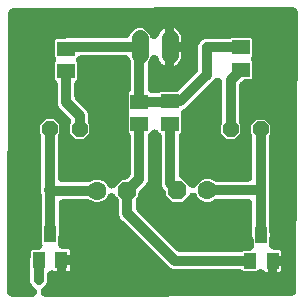
<source format=gbr>
G04 EAGLE Gerber RS-274X export*
G75*
%MOMM*%
%FSLAX34Y34*%
%LPD*%
%INTop Copper*%
%IPPOS*%
%AMOC8*
5,1,8,0,0,1.08239X$1,22.5*%
G01*
%ADD10P,1.732040X8X22.500000*%
%ADD11C,1.600200*%
%ADD12P,1.732040X8X202.500000*%
%ADD13P,1.429621X8X202.500000*%
%ADD14P,1.429621X8X22.500000*%
%ADD15R,1.500000X1.300000*%
%ADD16C,1.422400*%
%ADD17R,1.000000X1.400000*%
%ADD18C,0.812800*%
%ADD19C,0.756400*%
%ADD20C,0.800000*%

G36*
X23705Y2637D02*
X23705Y2637D01*
X23754Y2641D01*
X23804Y2639D01*
X24038Y2662D01*
X24273Y2679D01*
X24322Y2690D01*
X24371Y2695D01*
X24599Y2750D01*
X24830Y2801D01*
X24876Y2818D01*
X24924Y2830D01*
X25142Y2916D01*
X25364Y2999D01*
X25408Y3022D01*
X25454Y3040D01*
X25658Y3157D01*
X25866Y3269D01*
X25905Y3299D01*
X25948Y3323D01*
X26135Y3468D01*
X26324Y3608D01*
X26359Y3642D01*
X26398Y3673D01*
X26563Y3842D01*
X26731Y4007D01*
X26761Y4046D01*
X26795Y4081D01*
X26934Y4272D01*
X27078Y4459D01*
X27102Y4502D01*
X27131Y4542D01*
X27242Y4750D01*
X27358Y4955D01*
X27376Y5001D01*
X27399Y5045D01*
X27480Y5266D01*
X27566Y5485D01*
X27577Y5534D01*
X27594Y5580D01*
X27643Y5810D01*
X27698Y6040D01*
X27702Y6089D01*
X27713Y6137D01*
X27729Y6372D01*
X27751Y6607D01*
X27748Y6656D01*
X27752Y6706D01*
X27735Y6941D01*
X27724Y7176D01*
X27715Y7225D01*
X27711Y7274D01*
X27662Y7504D01*
X27617Y7736D01*
X27602Y7783D01*
X27591Y7831D01*
X27510Y8052D01*
X27434Y8275D01*
X27412Y8320D01*
X27395Y8366D01*
X27283Y8574D01*
X27177Y8784D01*
X27149Y8824D01*
X27125Y8868D01*
X26986Y9058D01*
X26851Y9251D01*
X26817Y9288D01*
X26788Y9327D01*
X26624Y9496D01*
X26463Y9669D01*
X26425Y9700D01*
X26390Y9735D01*
X26204Y9879D01*
X26021Y10028D01*
X25978Y10053D01*
X25939Y10083D01*
X25841Y10136D01*
X25532Y10321D01*
X25341Y10402D01*
X25243Y10454D01*
X25181Y10480D01*
X23180Y12481D01*
X22097Y15095D01*
X22097Y34967D01*
X22528Y36007D01*
X22565Y36119D01*
X22612Y36227D01*
X22655Y36388D01*
X22709Y36547D01*
X22730Y36663D01*
X22761Y36777D01*
X22772Y36891D01*
X22812Y37107D01*
X22826Y37446D01*
X22837Y37562D01*
X22837Y41336D01*
X23730Y42229D01*
X28371Y42229D01*
X28487Y42237D01*
X28602Y42235D01*
X28770Y42257D01*
X28940Y42269D01*
X29053Y42293D01*
X29167Y42307D01*
X29331Y42352D01*
X29497Y42388D01*
X29605Y42427D01*
X29717Y42458D01*
X29873Y42525D01*
X30032Y42584D01*
X30134Y42638D01*
X30240Y42684D01*
X30385Y42772D01*
X30535Y42852D01*
X30628Y42921D01*
X30726Y42981D01*
X30858Y43089D01*
X30994Y43189D01*
X31077Y43269D01*
X31166Y43343D01*
X31281Y43468D01*
X31403Y43586D01*
X31473Y43678D01*
X31552Y43763D01*
X31648Y43903D01*
X31751Y44037D01*
X31809Y44137D01*
X31874Y44232D01*
X31949Y44384D01*
X32034Y44532D01*
X32076Y44639D01*
X32128Y44743D01*
X32181Y44903D01*
X32244Y45061D01*
X32271Y45174D01*
X32307Y45283D01*
X32338Y45450D01*
X32378Y45615D01*
X32389Y45730D01*
X32410Y45844D01*
X32417Y46013D01*
X32433Y46182D01*
X32428Y46298D01*
X32433Y46413D01*
X32416Y46582D01*
X32409Y46752D01*
X32388Y46865D01*
X32376Y46980D01*
X32337Y47138D01*
X32337Y52061D01*
X32329Y52179D01*
X32330Y52297D01*
X32309Y52463D01*
X32297Y52630D01*
X32273Y52745D01*
X32258Y52862D01*
X32224Y52971D01*
X32178Y53187D01*
X32062Y53505D01*
X32028Y53616D01*
X31749Y54289D01*
X31749Y88647D01*
X31741Y88765D01*
X31742Y88883D01*
X31721Y89048D01*
X31709Y89216D01*
X31685Y89331D01*
X31670Y89448D01*
X31636Y89557D01*
X31590Y89773D01*
X31474Y90091D01*
X31440Y90202D01*
X30987Y91295D01*
X30987Y94145D01*
X31016Y94212D01*
X31060Y94373D01*
X31113Y94532D01*
X31134Y94648D01*
X31165Y94762D01*
X31176Y94875D01*
X31216Y95092D01*
X31230Y95430D01*
X31241Y95546D01*
X31241Y138460D01*
X31237Y138520D01*
X31239Y138581D01*
X31217Y138804D01*
X31201Y139028D01*
X31189Y139087D01*
X31183Y139148D01*
X31129Y139366D01*
X31082Y139586D01*
X31061Y139642D01*
X31047Y139701D01*
X30964Y139909D01*
X30886Y140121D01*
X30858Y140174D01*
X30835Y140230D01*
X30724Y140425D01*
X30618Y140623D01*
X30582Y140672D01*
X30552Y140724D01*
X30477Y140815D01*
X30281Y141083D01*
X30225Y141140D01*
X30225Y147893D01*
X34987Y152655D01*
X41721Y152655D01*
X46483Y147893D01*
X46483Y141136D01*
X46430Y141072D01*
X46283Y140903D01*
X46250Y140852D01*
X46212Y140806D01*
X46095Y140613D01*
X45973Y140425D01*
X45948Y140370D01*
X45917Y140318D01*
X45828Y140112D01*
X45734Y139908D01*
X45716Y139850D01*
X45692Y139795D01*
X45634Y139578D01*
X45568Y139363D01*
X45559Y139303D01*
X45543Y139245D01*
X45532Y139128D01*
X45481Y138800D01*
X45478Y138575D01*
X45467Y138460D01*
X45467Y103378D01*
X45483Y103149D01*
X45493Y102918D01*
X45503Y102864D01*
X45507Y102810D01*
X45555Y102584D01*
X45597Y102358D01*
X45614Y102306D01*
X45626Y102252D01*
X45705Y102036D01*
X45778Y101818D01*
X45803Y101769D01*
X45822Y101717D01*
X45930Y101514D01*
X46033Y101309D01*
X46064Y101263D01*
X46090Y101215D01*
X46226Y101029D01*
X46357Y100840D01*
X46394Y100799D01*
X46427Y100755D01*
X46587Y100590D01*
X46743Y100421D01*
X46786Y100386D01*
X46824Y100347D01*
X47006Y100206D01*
X47184Y100060D01*
X47232Y100032D01*
X47275Y99998D01*
X47475Y99884D01*
X47672Y99765D01*
X47722Y99743D01*
X47770Y99716D01*
X47984Y99631D01*
X48195Y99540D01*
X48248Y99526D01*
X48299Y99506D01*
X48524Y99451D01*
X48745Y99391D01*
X48789Y99387D01*
X48853Y99371D01*
X49420Y99316D01*
X49486Y99319D01*
X49530Y99315D01*
X70698Y99315D01*
X70759Y99319D01*
X70819Y99317D01*
X71042Y99339D01*
X71267Y99355D01*
X71326Y99367D01*
X71386Y99373D01*
X71604Y99427D01*
X71824Y99474D01*
X71881Y99495D01*
X71939Y99509D01*
X72148Y99592D01*
X72359Y99670D01*
X72412Y99698D01*
X72468Y99721D01*
X72663Y99832D01*
X72861Y99938D01*
X72910Y99974D01*
X72963Y100004D01*
X73054Y100079D01*
X73300Y100259D01*
X76845Y101728D01*
X80635Y101728D01*
X84136Y100278D01*
X86816Y97598D01*
X87197Y96676D01*
X87274Y96522D01*
X87343Y96363D01*
X87401Y96267D01*
X87452Y96166D01*
X87550Y96024D01*
X87640Y95877D01*
X87711Y95790D01*
X87775Y95697D01*
X87892Y95570D01*
X88002Y95436D01*
X88084Y95361D01*
X88161Y95278D01*
X88294Y95168D01*
X88422Y95051D01*
X88514Y94988D01*
X88601Y94916D01*
X88749Y94826D01*
X88891Y94729D01*
X88992Y94679D01*
X89088Y94620D01*
X89247Y94552D01*
X89401Y94475D01*
X89508Y94439D01*
X89611Y94395D01*
X89778Y94350D01*
X89942Y94295D01*
X90053Y94275D01*
X90161Y94245D01*
X90332Y94224D01*
X90503Y94193D01*
X90615Y94188D01*
X90727Y94174D01*
X90899Y94177D01*
X91072Y94170D01*
X91184Y94181D01*
X91296Y94182D01*
X91467Y94209D01*
X91639Y94226D01*
X91748Y94253D01*
X91859Y94270D01*
X92025Y94321D01*
X92192Y94362D01*
X92297Y94404D01*
X92404Y94436D01*
X92561Y94509D01*
X92721Y94573D01*
X92819Y94630D01*
X92921Y94677D01*
X93065Y94771D01*
X93215Y94857D01*
X93282Y94911D01*
X93399Y94987D01*
X93814Y95350D01*
X93824Y95358D01*
X100194Y101728D01*
X101924Y101728D01*
X101984Y101732D01*
X102044Y101730D01*
X102268Y101752D01*
X102492Y101768D01*
X102551Y101780D01*
X102611Y101786D01*
X102830Y101840D01*
X103049Y101887D01*
X103106Y101907D01*
X103165Y101922D01*
X103373Y102005D01*
X103584Y102083D01*
X103638Y102111D01*
X103694Y102133D01*
X103889Y102245D01*
X104087Y102351D01*
X104136Y102387D01*
X104188Y102417D01*
X104279Y102492D01*
X104547Y102688D01*
X104708Y102845D01*
X104797Y102918D01*
X105997Y104118D01*
X106037Y104164D01*
X106081Y104205D01*
X106223Y104379D01*
X106371Y104548D01*
X106404Y104599D01*
X106442Y104646D01*
X106559Y104838D01*
X106681Y105026D01*
X106706Y105081D01*
X106737Y105133D01*
X106826Y105339D01*
X106921Y105543D01*
X106938Y105601D01*
X106962Y105657D01*
X107020Y105873D01*
X107086Y106089D01*
X107095Y106148D01*
X107111Y106207D01*
X107122Y106324D01*
X107173Y106652D01*
X107176Y106877D01*
X107187Y106991D01*
X107187Y138015D01*
X107183Y138076D01*
X107185Y138136D01*
X107163Y138359D01*
X107147Y138584D01*
X107135Y138643D01*
X107129Y138703D01*
X107075Y138921D01*
X107028Y139141D01*
X107008Y139198D01*
X106993Y139256D01*
X106910Y139465D01*
X106832Y139676D01*
X106804Y139729D01*
X106782Y139785D01*
X106670Y139980D01*
X106564Y140178D01*
X106528Y140227D01*
X106498Y140280D01*
X106423Y140371D01*
X106227Y140638D01*
X106070Y140799D01*
X105997Y140889D01*
X105275Y141610D01*
X105275Y156001D01*
X105400Y156182D01*
X105424Y156231D01*
X105454Y156277D01*
X105551Y156486D01*
X105653Y156692D01*
X105671Y156744D01*
X105694Y156794D01*
X105761Y157014D01*
X105833Y157233D01*
X105843Y157287D01*
X105859Y157339D01*
X105894Y157567D01*
X105936Y157793D01*
X105938Y157848D01*
X105946Y157902D01*
X105950Y158132D01*
X105959Y158363D01*
X105953Y158417D01*
X105954Y158472D01*
X105925Y158700D01*
X105902Y158930D01*
X105889Y158983D01*
X105882Y159037D01*
X105821Y159260D01*
X105766Y159483D01*
X105746Y159534D01*
X105732Y159587D01*
X105640Y159799D01*
X105555Y160012D01*
X105528Y160060D01*
X105506Y160110D01*
X105386Y160307D01*
X105275Y160499D01*
X105275Y174874D01*
X105997Y175595D01*
X106037Y175641D01*
X106081Y175682D01*
X106223Y175856D01*
X106371Y176026D01*
X106404Y176076D01*
X106442Y176123D01*
X106559Y176315D01*
X106681Y176504D01*
X106706Y176559D01*
X106737Y176610D01*
X106826Y176817D01*
X106921Y177021D01*
X106938Y177079D01*
X106962Y177134D01*
X107020Y177351D01*
X107086Y177566D01*
X107095Y177626D01*
X107111Y177684D01*
X107122Y177801D01*
X107173Y178129D01*
X107176Y178354D01*
X107187Y178469D01*
X107187Y201418D01*
X107179Y201535D01*
X107180Y201653D01*
X107159Y201819D01*
X107147Y201986D01*
X107123Y202102D01*
X107108Y202218D01*
X107074Y202328D01*
X107028Y202543D01*
X106912Y202861D01*
X106878Y202973D01*
X106245Y204501D01*
X106244Y204503D01*
X106243Y204506D01*
X106114Y204763D01*
X105991Y205011D01*
X105989Y205013D01*
X105988Y205015D01*
X105828Y205247D01*
X105667Y205480D01*
X105665Y205482D01*
X105664Y205484D01*
X105474Y205690D01*
X105282Y205899D01*
X105279Y205901D01*
X105278Y205903D01*
X105057Y206084D01*
X104841Y206261D01*
X104839Y206262D01*
X104837Y206264D01*
X104597Y206409D01*
X104354Y206557D01*
X104352Y206558D01*
X104349Y206559D01*
X104091Y206670D01*
X103831Y206782D01*
X103828Y206783D01*
X103826Y206784D01*
X103558Y206856D01*
X103281Y206932D01*
X103278Y206932D01*
X103276Y206933D01*
X103263Y206934D01*
X102716Y207003D01*
X102576Y207001D01*
X102491Y207009D01*
X64981Y207009D01*
X64866Y207001D01*
X64750Y207003D01*
X64582Y206981D01*
X64412Y206969D01*
X64299Y206945D01*
X64185Y206931D01*
X64021Y206886D01*
X63855Y206850D01*
X63747Y206811D01*
X63636Y206780D01*
X63480Y206713D01*
X63320Y206654D01*
X63218Y206600D01*
X63112Y206554D01*
X62967Y206466D01*
X62817Y206386D01*
X62724Y206318D01*
X62626Y206258D01*
X62495Y206150D01*
X62358Y206049D01*
X62275Y205969D01*
X62186Y205896D01*
X62071Y205770D01*
X61949Y205652D01*
X61879Y205561D01*
X61801Y205476D01*
X61704Y205335D01*
X61601Y205201D01*
X61544Y205101D01*
X61478Y205006D01*
X61402Y204854D01*
X61318Y204706D01*
X61276Y204599D01*
X61224Y204496D01*
X61171Y204335D01*
X61108Y204177D01*
X61081Y204064D01*
X61045Y203955D01*
X61014Y203788D01*
X60974Y203623D01*
X60963Y203508D01*
X60942Y203395D01*
X60935Y203225D01*
X60919Y203056D01*
X60924Y202940D01*
X60919Y202825D01*
X60936Y202656D01*
X60943Y202486D01*
X60964Y202373D01*
X60976Y202258D01*
X61016Y202093D01*
X61047Y201926D01*
X61084Y201817D01*
X61112Y201705D01*
X61175Y201547D01*
X61229Y201386D01*
X61280Y201283D01*
X61323Y201176D01*
X61349Y201131D01*
X61349Y186568D01*
X60627Y185847D01*
X60587Y185801D01*
X60543Y185760D01*
X60401Y185586D01*
X60253Y185416D01*
X60220Y185366D01*
X60182Y185319D01*
X60065Y185127D01*
X59943Y184938D01*
X59918Y184883D01*
X59887Y184832D01*
X59798Y184625D01*
X59703Y184421D01*
X59686Y184363D01*
X59662Y184308D01*
X59604Y184091D01*
X59538Y183876D01*
X59529Y183816D01*
X59513Y183758D01*
X59502Y183641D01*
X59451Y183313D01*
X59448Y183088D01*
X59437Y182973D01*
X59437Y172015D01*
X59441Y171955D01*
X59439Y171895D01*
X59461Y171671D01*
X59477Y171447D01*
X59489Y171388D01*
X59495Y171328D01*
X59549Y171109D01*
X59596Y170890D01*
X59616Y170833D01*
X59631Y170774D01*
X59714Y170566D01*
X59792Y170355D01*
X59820Y170301D01*
X59842Y170245D01*
X59954Y170050D01*
X60060Y169852D01*
X60096Y169803D01*
X60126Y169751D01*
X60201Y169660D01*
X60397Y169392D01*
X60554Y169231D01*
X60627Y169142D01*
X69784Y159985D01*
X70867Y157371D01*
X70867Y150592D01*
X70871Y150532D01*
X70869Y150471D01*
X70891Y150248D01*
X70907Y150024D01*
X70919Y149965D01*
X70925Y149904D01*
X70979Y149686D01*
X71026Y149466D01*
X71047Y149410D01*
X71061Y149351D01*
X71144Y149143D01*
X71222Y148931D01*
X71250Y148878D01*
X71273Y148822D01*
X71384Y148627D01*
X71490Y148429D01*
X71526Y148380D01*
X71556Y148328D01*
X71631Y148237D01*
X71827Y147969D01*
X71883Y147912D01*
X71883Y141159D01*
X67121Y136397D01*
X60387Y136397D01*
X55625Y141159D01*
X55625Y147916D01*
X55678Y147980D01*
X55825Y148149D01*
X55858Y148200D01*
X55896Y148246D01*
X56013Y148439D01*
X56135Y148627D01*
X56160Y148682D01*
X56191Y148734D01*
X56280Y148940D01*
X56374Y149144D01*
X56392Y149202D01*
X56416Y149257D01*
X56474Y149474D01*
X56540Y149689D01*
X56549Y149749D01*
X56565Y149807D01*
X56576Y149924D01*
X56627Y150252D01*
X56630Y150477D01*
X56641Y150592D01*
X56641Y151327D01*
X56637Y151387D01*
X56639Y151447D01*
X56617Y151671D01*
X56601Y151895D01*
X56589Y151954D01*
X56583Y152014D01*
X56529Y152233D01*
X56482Y152452D01*
X56462Y152509D01*
X56447Y152568D01*
X56364Y152776D01*
X56286Y152987D01*
X56258Y153041D01*
X56236Y153097D01*
X56124Y153292D01*
X56018Y153490D01*
X55982Y153539D01*
X55952Y153591D01*
X55877Y153682D01*
X55681Y153950D01*
X55524Y154111D01*
X55451Y154200D01*
X46294Y163357D01*
X45211Y165971D01*
X45211Y182973D01*
X45207Y183034D01*
X45209Y183094D01*
X45187Y183317D01*
X45171Y183542D01*
X45159Y183601D01*
X45153Y183661D01*
X45099Y183879D01*
X45052Y184099D01*
X45032Y184156D01*
X45017Y184214D01*
X44934Y184423D01*
X44856Y184634D01*
X44828Y184687D01*
X44806Y184743D01*
X44694Y184938D01*
X44588Y185136D01*
X44552Y185185D01*
X44522Y185238D01*
X44447Y185329D01*
X44251Y185596D01*
X44094Y185757D01*
X44021Y185847D01*
X43299Y186568D01*
X43299Y200959D01*
X43424Y201140D01*
X43448Y201189D01*
X43478Y201235D01*
X43575Y201444D01*
X43677Y201650D01*
X43695Y201702D01*
X43718Y201752D01*
X43785Y201972D01*
X43857Y202191D01*
X43867Y202245D01*
X43883Y202297D01*
X43918Y202525D01*
X43960Y202751D01*
X43962Y202806D01*
X43970Y202860D01*
X43974Y203090D01*
X43983Y203321D01*
X43977Y203375D01*
X43978Y203430D01*
X43949Y203658D01*
X43926Y203888D01*
X43913Y203941D01*
X43906Y203995D01*
X43845Y204218D01*
X43790Y204441D01*
X43770Y204492D01*
X43756Y204545D01*
X43664Y204757D01*
X43579Y204970D01*
X43552Y205018D01*
X43530Y205068D01*
X43410Y205265D01*
X43299Y205457D01*
X43299Y219832D01*
X44192Y220725D01*
X50292Y220725D01*
X50409Y220733D01*
X50527Y220732D01*
X50693Y220753D01*
X50860Y220765D01*
X50975Y220789D01*
X51092Y220804D01*
X51202Y220838D01*
X51417Y220884D01*
X51735Y221000D01*
X51847Y221034D01*
X52331Y221235D01*
X102491Y221235D01*
X102494Y221235D01*
X102496Y221235D01*
X102772Y221254D01*
X103059Y221275D01*
X103062Y221275D01*
X103065Y221275D01*
X103337Y221334D01*
X103617Y221394D01*
X103619Y221395D01*
X103622Y221395D01*
X103888Y221493D01*
X104152Y221590D01*
X104154Y221591D01*
X104157Y221592D01*
X104409Y221727D01*
X104654Y221858D01*
X104656Y221860D01*
X104659Y221861D01*
X104895Y222034D01*
X105114Y222195D01*
X105116Y222197D01*
X105118Y222198D01*
X105317Y222392D01*
X105522Y222592D01*
X105524Y222594D01*
X105526Y222596D01*
X105694Y222814D01*
X105871Y223043D01*
X105872Y223045D01*
X105874Y223047D01*
X105880Y223059D01*
X106153Y223538D01*
X106205Y223668D01*
X106245Y223743D01*
X107232Y226126D01*
X109662Y228556D01*
X112836Y229871D01*
X116272Y229871D01*
X119446Y228556D01*
X121876Y226126D01*
X122995Y223424D01*
X123119Y223175D01*
X123239Y222932D01*
X123245Y222924D01*
X123250Y222914D01*
X123404Y222690D01*
X123560Y222462D01*
X123567Y222454D01*
X123573Y222445D01*
X123758Y222244D01*
X123943Y222040D01*
X123951Y222034D01*
X123958Y222026D01*
X124171Y221851D01*
X124382Y221677D01*
X124391Y221671D01*
X124399Y221664D01*
X124635Y221521D01*
X124867Y221378D01*
X124877Y221374D01*
X124886Y221368D01*
X125141Y221259D01*
X125390Y221150D01*
X125400Y221147D01*
X125409Y221143D01*
X125677Y221070D01*
X125939Y220998D01*
X125949Y220996D01*
X125959Y220993D01*
X126234Y220959D01*
X126504Y220923D01*
X126514Y220923D01*
X126524Y220922D01*
X126800Y220926D01*
X127073Y220929D01*
X127084Y220930D01*
X127094Y220931D01*
X127363Y220973D01*
X127637Y221014D01*
X127647Y221017D01*
X127657Y221019D01*
X127918Y221098D01*
X128183Y221177D01*
X128192Y221182D01*
X128202Y221185D01*
X128451Y221300D01*
X128700Y221415D01*
X128709Y221421D01*
X128719Y221425D01*
X128946Y221573D01*
X129180Y221723D01*
X129188Y221730D01*
X129196Y221736D01*
X129402Y221915D01*
X129611Y222095D01*
X129618Y222103D01*
X129626Y222110D01*
X129807Y222318D01*
X129987Y222524D01*
X129992Y222533D01*
X129999Y222541D01*
X130147Y222769D01*
X130298Y223001D01*
X130302Y223009D01*
X130308Y223019D01*
X130547Y223536D01*
X130583Y223653D01*
X130613Y223724D01*
X131008Y224939D01*
X131698Y226293D01*
X132591Y227522D01*
X133666Y228597D01*
X134895Y229490D01*
X135891Y229997D01*
X135891Y214122D01*
X135891Y198247D01*
X134895Y198754D01*
X133666Y199647D01*
X132591Y200722D01*
X131698Y201951D01*
X131008Y203305D01*
X130613Y204520D01*
X130512Y204770D01*
X130409Y205030D01*
X130404Y205039D01*
X130400Y205049D01*
X130263Y205285D01*
X130126Y205524D01*
X130120Y205533D01*
X130114Y205542D01*
X129948Y205754D01*
X129777Y205975D01*
X129769Y205982D01*
X129763Y205990D01*
X129565Y206180D01*
X129368Y206372D01*
X129359Y206378D01*
X129352Y206385D01*
X129130Y206545D01*
X128908Y206707D01*
X128898Y206712D01*
X128890Y206718D01*
X128645Y206847D01*
X128405Y206975D01*
X128395Y206979D01*
X128386Y206984D01*
X128124Y207078D01*
X127869Y207171D01*
X127859Y207173D01*
X127849Y207176D01*
X127578Y207232D01*
X127312Y207289D01*
X127302Y207290D01*
X127291Y207292D01*
X127018Y207309D01*
X126744Y207328D01*
X126733Y207327D01*
X126723Y207328D01*
X126450Y207307D01*
X126175Y207287D01*
X126165Y207285D01*
X126155Y207284D01*
X125886Y207225D01*
X125618Y207168D01*
X125608Y207164D01*
X125598Y207162D01*
X125340Y207065D01*
X125083Y206971D01*
X125074Y206966D01*
X125064Y206962D01*
X124825Y206832D01*
X124581Y206702D01*
X124573Y206695D01*
X124564Y206690D01*
X124346Y206529D01*
X124122Y206365D01*
X124114Y206357D01*
X124106Y206351D01*
X123912Y206160D01*
X123714Y205967D01*
X123708Y205958D01*
X123700Y205951D01*
X123536Y205735D01*
X123366Y205515D01*
X123362Y205508D01*
X123355Y205498D01*
X123076Y205001D01*
X123031Y204887D01*
X122995Y204820D01*
X121722Y201746D01*
X121685Y201634D01*
X121638Y201526D01*
X121594Y201365D01*
X121541Y201206D01*
X121520Y201090D01*
X121489Y200976D01*
X121478Y200862D01*
X121438Y200646D01*
X121424Y200307D01*
X121413Y200191D01*
X121413Y178918D01*
X121429Y178689D01*
X121439Y178458D01*
X121449Y178404D01*
X121453Y178350D01*
X121501Y178124D01*
X121543Y177898D01*
X121560Y177846D01*
X121572Y177792D01*
X121651Y177576D01*
X121724Y177358D01*
X121749Y177309D01*
X121768Y177257D01*
X121876Y177054D01*
X121979Y176849D01*
X122010Y176803D01*
X122036Y176755D01*
X122172Y176569D01*
X122303Y176380D01*
X122340Y176339D01*
X122373Y176295D01*
X122533Y176130D01*
X122689Y175961D01*
X122732Y175926D01*
X122770Y175887D01*
X122952Y175746D01*
X123130Y175600D01*
X123178Y175572D01*
X123221Y175538D01*
X123421Y175424D01*
X123618Y175305D01*
X123668Y175283D01*
X123716Y175256D01*
X123930Y175171D01*
X124141Y175080D01*
X124194Y175066D01*
X124245Y175046D01*
X124470Y174991D01*
X124691Y174931D01*
X124735Y174927D01*
X124799Y174911D01*
X125366Y174856D01*
X125432Y174859D01*
X125476Y174855D01*
X129481Y174855D01*
X129542Y174859D01*
X129602Y174857D01*
X129825Y174879D01*
X130050Y174895D01*
X130109Y174907D01*
X130169Y174913D01*
X130387Y174967D01*
X130607Y175014D01*
X130664Y175034D01*
X130722Y175049D01*
X130931Y175132D01*
X131142Y175210D01*
X131195Y175238D01*
X131251Y175260D01*
X131446Y175372D01*
X131644Y175478D01*
X131693Y175514D01*
X131746Y175544D01*
X131837Y175619D01*
X132104Y175815D01*
X132265Y175972D01*
X132325Y176021D01*
X145229Y176021D01*
X145289Y176025D01*
X145349Y176023D01*
X145573Y176045D01*
X145797Y176061D01*
X145856Y176073D01*
X145916Y176079D01*
X146135Y176133D01*
X146354Y176180D01*
X146411Y176200D01*
X146470Y176215D01*
X146678Y176298D01*
X146889Y176376D01*
X146943Y176404D01*
X146999Y176426D01*
X147194Y176538D01*
X147392Y176644D01*
X147441Y176680D01*
X147493Y176710D01*
X147584Y176785D01*
X147852Y176981D01*
X148013Y177138D01*
X148102Y177211D01*
X163147Y192256D01*
X163187Y192302D01*
X163231Y192343D01*
X163373Y192517D01*
X163521Y192686D01*
X163554Y192737D01*
X163592Y192784D01*
X163709Y192976D01*
X163831Y193164D01*
X163856Y193219D01*
X163887Y193271D01*
X163976Y193477D01*
X164071Y193681D01*
X164088Y193739D01*
X164112Y193795D01*
X164170Y194011D01*
X164236Y194227D01*
X164245Y194286D01*
X164261Y194345D01*
X164272Y194462D01*
X164323Y194790D01*
X164326Y195015D01*
X164337Y195129D01*
X164337Y214775D01*
X165420Y217389D01*
X167777Y219746D01*
X170391Y220829D01*
X189933Y220829D01*
X189994Y220833D01*
X190054Y220831D01*
X190277Y220853D01*
X190502Y220869D01*
X190561Y220881D01*
X190621Y220887D01*
X190839Y220941D01*
X191059Y220988D01*
X191116Y221008D01*
X191174Y221023D01*
X191383Y221106D01*
X191594Y221184D01*
X191647Y221212D01*
X191703Y221234D01*
X191898Y221346D01*
X192096Y221452D01*
X192145Y221488D01*
X192198Y221518D01*
X192289Y221593D01*
X192491Y221741D01*
X208792Y221741D01*
X209685Y220848D01*
X209685Y206457D01*
X209560Y206276D01*
X209536Y206227D01*
X209506Y206181D01*
X209409Y205972D01*
X209307Y205766D01*
X209289Y205714D01*
X209266Y205664D01*
X209199Y205444D01*
X209127Y205225D01*
X209117Y205171D01*
X209101Y205119D01*
X209066Y204892D01*
X209024Y204665D01*
X209022Y204610D01*
X209014Y204556D01*
X209010Y204326D01*
X209001Y204095D01*
X209007Y204041D01*
X209006Y203986D01*
X209035Y203758D01*
X209058Y203529D01*
X209071Y203475D01*
X209078Y203421D01*
X209139Y203199D01*
X209193Y202975D01*
X209214Y202924D01*
X209228Y202871D01*
X209319Y202660D01*
X209405Y202446D01*
X209433Y202398D01*
X209454Y202348D01*
X209574Y202152D01*
X209685Y201959D01*
X209685Y187584D01*
X208792Y186691D01*
X204377Y186691D01*
X204317Y186687D01*
X204257Y186689D01*
X204033Y186667D01*
X203809Y186651D01*
X203750Y186639D01*
X203690Y186633D01*
X203471Y186579D01*
X203252Y186532D01*
X203195Y186512D01*
X203136Y186497D01*
X202928Y186414D01*
X202717Y186336D01*
X202663Y186308D01*
X202607Y186286D01*
X202412Y186174D01*
X202214Y186068D01*
X202165Y186032D01*
X202113Y186002D01*
X202022Y185927D01*
X201754Y185731D01*
X201593Y185574D01*
X201504Y185501D01*
X200073Y184070D01*
X200033Y184024D01*
X199989Y183983D01*
X199847Y183809D01*
X199699Y183640D01*
X199666Y183589D01*
X199628Y183542D01*
X199511Y183350D01*
X199389Y183162D01*
X199364Y183107D01*
X199333Y183055D01*
X199244Y182849D01*
X199149Y182645D01*
X199132Y182587D01*
X199108Y182531D01*
X199050Y182315D01*
X198984Y182099D01*
X198975Y182040D01*
X198959Y181981D01*
X198948Y181864D01*
X198897Y181536D01*
X198894Y181311D01*
X198883Y181197D01*
X198883Y150338D01*
X198887Y150278D01*
X198885Y150217D01*
X198907Y149994D01*
X198923Y149770D01*
X198935Y149711D01*
X198941Y149650D01*
X198995Y149432D01*
X199042Y149212D01*
X199063Y149156D01*
X199077Y149097D01*
X199160Y148889D01*
X199238Y148677D01*
X199266Y148624D01*
X199289Y148568D01*
X199400Y148373D01*
X199506Y148175D01*
X199542Y148126D01*
X199572Y148074D01*
X199647Y147983D01*
X199843Y147715D01*
X199899Y147658D01*
X199899Y140905D01*
X195137Y136143D01*
X188403Y136143D01*
X183641Y140905D01*
X183641Y147662D01*
X183694Y147726D01*
X183841Y147895D01*
X183874Y147946D01*
X183912Y147992D01*
X184029Y148185D01*
X184151Y148373D01*
X184176Y148428D01*
X184207Y148480D01*
X184296Y148686D01*
X184390Y148890D01*
X184408Y148948D01*
X184432Y149003D01*
X184490Y149220D01*
X184556Y149435D01*
X184565Y149495D01*
X184581Y149553D01*
X184592Y149670D01*
X184643Y149998D01*
X184646Y150223D01*
X184657Y150338D01*
X184657Y183839D01*
X184649Y183954D01*
X184651Y184069D01*
X184629Y184237D01*
X184617Y184407D01*
X184593Y184520D01*
X184579Y184634D01*
X184534Y184798D01*
X184498Y184964D01*
X184459Y185072D01*
X184428Y185184D01*
X184361Y185340D01*
X184302Y185499D01*
X184248Y185601D01*
X184202Y185707D01*
X184114Y185852D01*
X184034Y186002D01*
X183966Y186095D01*
X183906Y186193D01*
X183798Y186325D01*
X183697Y186462D01*
X183617Y186544D01*
X183544Y186633D01*
X183419Y186748D01*
X183300Y186870D01*
X183209Y186941D01*
X183124Y187018D01*
X182984Y187115D01*
X182849Y187219D01*
X182749Y187276D01*
X182654Y187341D01*
X182502Y187417D01*
X182354Y187501D01*
X182247Y187544D01*
X182144Y187595D01*
X181983Y187648D01*
X181825Y187711D01*
X181712Y187738D01*
X181603Y187775D01*
X181436Y187805D01*
X181271Y187845D01*
X181156Y187856D01*
X181043Y187877D01*
X180873Y187884D01*
X180704Y187901D01*
X180589Y187896D01*
X180473Y187900D01*
X180304Y187883D01*
X180134Y187876D01*
X180021Y187855D01*
X179907Y187843D01*
X179741Y187803D01*
X179574Y187772D01*
X179465Y187735D01*
X179353Y187708D01*
X179195Y187645D01*
X179034Y187591D01*
X178931Y187539D01*
X178824Y187496D01*
X178677Y187412D01*
X178525Y187336D01*
X178430Y187270D01*
X178330Y187213D01*
X178241Y187140D01*
X178056Y187012D01*
X177812Y186787D01*
X177721Y186712D01*
X152975Y161966D01*
X151995Y161560D01*
X151993Y161559D01*
X151990Y161558D01*
X151729Y161427D01*
X151485Y161306D01*
X151483Y161304D01*
X151481Y161303D01*
X151241Y161137D01*
X151016Y160983D01*
X151014Y160981D01*
X151012Y160979D01*
X150790Y160775D01*
X150597Y160597D01*
X150595Y160595D01*
X150593Y160593D01*
X150409Y160368D01*
X150235Y160156D01*
X150234Y160154D01*
X150232Y160152D01*
X150081Y159902D01*
X149939Y159669D01*
X149938Y159667D01*
X149937Y159665D01*
X149827Y159409D01*
X149714Y159146D01*
X149713Y159143D01*
X149712Y159141D01*
X149639Y158871D01*
X149564Y158596D01*
X149564Y158594D01*
X149563Y158591D01*
X149562Y158577D01*
X149493Y158031D01*
X149495Y157891D01*
X149487Y157806D01*
X149487Y141864D01*
X148765Y141143D01*
X148725Y141097D01*
X148681Y141056D01*
X148538Y140882D01*
X148391Y140712D01*
X148358Y140662D01*
X148320Y140615D01*
X148204Y140423D01*
X148081Y140234D01*
X148056Y140179D01*
X148025Y140128D01*
X147936Y139922D01*
X147841Y139717D01*
X147824Y139659D01*
X147800Y139604D01*
X147742Y139388D01*
X147676Y139172D01*
X147667Y139112D01*
X147651Y139054D01*
X147640Y138937D01*
X147589Y138609D01*
X147586Y138384D01*
X147575Y138269D01*
X147575Y106299D01*
X147591Y106070D01*
X147601Y105839D01*
X147611Y105785D01*
X147615Y105731D01*
X147663Y105505D01*
X147705Y105279D01*
X147722Y105227D01*
X147734Y105173D01*
X147813Y104957D01*
X147886Y104739D01*
X147911Y104690D01*
X147930Y104638D01*
X148038Y104435D01*
X148141Y104230D01*
X148172Y104184D01*
X148198Y104136D01*
X148334Y103950D01*
X148465Y103761D01*
X148502Y103720D01*
X148535Y103676D01*
X148695Y103511D01*
X148851Y103342D01*
X148894Y103307D01*
X148932Y103268D01*
X149114Y103127D01*
X149292Y102981D01*
X149340Y102953D01*
X149383Y102919D01*
X149583Y102805D01*
X149780Y102686D01*
X149830Y102664D01*
X149878Y102637D01*
X150092Y102552D01*
X150259Y102480D01*
X156874Y95866D01*
X157004Y95753D01*
X157128Y95632D01*
X157219Y95566D01*
X157304Y95492D01*
X157449Y95398D01*
X157588Y95296D01*
X157687Y95244D01*
X157782Y95182D01*
X157939Y95110D01*
X158091Y95028D01*
X158197Y94990D01*
X158299Y94942D01*
X158464Y94892D01*
X158626Y94833D01*
X158736Y94810D01*
X158844Y94777D01*
X159015Y94751D01*
X159184Y94715D01*
X159296Y94707D01*
X159407Y94690D01*
X159580Y94688D01*
X159752Y94676D01*
X159864Y94684D01*
X159977Y94682D01*
X160148Y94704D01*
X160320Y94716D01*
X160430Y94740D01*
X160542Y94754D01*
X160709Y94800D01*
X160878Y94836D01*
X160983Y94875D01*
X161092Y94905D01*
X161250Y94973D01*
X161412Y95033D01*
X161511Y95086D01*
X161615Y95131D01*
X161762Y95221D01*
X161914Y95302D01*
X162005Y95369D01*
X162101Y95427D01*
X162235Y95537D01*
X162374Y95639D01*
X162454Y95718D01*
X162541Y95789D01*
X162658Y95917D01*
X162782Y96037D01*
X162850Y96126D01*
X162926Y96209D01*
X163024Y96351D01*
X163130Y96488D01*
X163170Y96564D01*
X163249Y96679D01*
X163495Y97173D01*
X163501Y97184D01*
X163882Y98106D01*
X166562Y100786D01*
X170063Y102236D01*
X173853Y102236D01*
X177420Y100758D01*
X177557Y100639D01*
X177607Y100607D01*
X177654Y100568D01*
X177846Y100451D01*
X178035Y100329D01*
X178090Y100304D01*
X178141Y100273D01*
X178348Y100184D01*
X178552Y100090D01*
X178609Y100072D01*
X178665Y100048D01*
X178882Y99990D01*
X179097Y99924D01*
X179157Y99915D01*
X179215Y99899D01*
X179332Y99888D01*
X179660Y99837D01*
X179885Y99834D01*
X180000Y99823D01*
X205994Y99823D01*
X206223Y99839D01*
X206454Y99849D01*
X206508Y99859D01*
X206562Y99863D01*
X206788Y99911D01*
X207014Y99953D01*
X207066Y99970D01*
X207120Y99982D01*
X207336Y100061D01*
X207554Y100134D01*
X207603Y100159D01*
X207655Y100178D01*
X207858Y100286D01*
X208063Y100389D01*
X208109Y100420D01*
X208157Y100446D01*
X208343Y100582D01*
X208532Y100713D01*
X208573Y100750D01*
X208617Y100783D01*
X208782Y100943D01*
X208951Y101099D01*
X208986Y101142D01*
X209025Y101180D01*
X209166Y101362D01*
X209312Y101540D01*
X209340Y101588D01*
X209374Y101631D01*
X209488Y101831D01*
X209607Y102028D01*
X209629Y102078D01*
X209656Y102126D01*
X209741Y102340D01*
X209832Y102551D01*
X209846Y102604D01*
X209866Y102655D01*
X209921Y102880D01*
X209981Y103101D01*
X209985Y103145D01*
X210001Y103209D01*
X210056Y103776D01*
X210053Y103842D01*
X210057Y103886D01*
X210057Y138206D01*
X210053Y138266D01*
X210055Y138327D01*
X210033Y138550D01*
X210017Y138774D01*
X210005Y138833D01*
X209999Y138894D01*
X209945Y139112D01*
X209898Y139332D01*
X209877Y139388D01*
X209863Y139447D01*
X209780Y139655D01*
X209702Y139867D01*
X209674Y139920D01*
X209651Y139976D01*
X209540Y140171D01*
X209434Y140369D01*
X209398Y140418D01*
X209368Y140470D01*
X209293Y140561D01*
X209097Y140829D01*
X209041Y140886D01*
X209041Y147639D01*
X213803Y152401D01*
X220537Y152401D01*
X225299Y147639D01*
X225299Y140882D01*
X225246Y140818D01*
X225099Y140649D01*
X225066Y140598D01*
X225028Y140552D01*
X224911Y140359D01*
X224789Y140171D01*
X224764Y140116D01*
X224733Y140064D01*
X224644Y139858D01*
X224550Y139654D01*
X224532Y139596D01*
X224508Y139541D01*
X224450Y139324D01*
X224384Y139109D01*
X224375Y139049D01*
X224359Y138991D01*
X224348Y138874D01*
X224297Y138546D01*
X224294Y138321D01*
X224283Y138206D01*
X224283Y58391D01*
X224291Y58274D01*
X224290Y58156D01*
X224311Y57990D01*
X224323Y57823D01*
X224347Y57708D01*
X224362Y57591D01*
X224396Y57482D01*
X224442Y57266D01*
X224558Y56948D01*
X224592Y56836D01*
X224791Y56357D01*
X224791Y53527D01*
X224512Y52854D01*
X224475Y52742D01*
X224428Y52634D01*
X224413Y52577D01*
X224405Y52557D01*
X224384Y52472D01*
X224331Y52314D01*
X224310Y52198D01*
X224279Y52084D01*
X224272Y52007D01*
X224271Y52003D01*
X224267Y51964D01*
X224228Y51754D01*
X224214Y51415D01*
X224203Y51299D01*
X224203Y46546D01*
X224219Y46317D01*
X224229Y46086D01*
X224239Y46032D01*
X224243Y45978D01*
X224291Y45753D01*
X224333Y45526D01*
X224350Y45474D01*
X224362Y45420D01*
X224441Y45204D01*
X224514Y44986D01*
X224539Y44937D01*
X224558Y44885D01*
X224666Y44682D01*
X224769Y44476D01*
X224800Y44431D01*
X224826Y44383D01*
X224962Y44197D01*
X225093Y44008D01*
X225130Y43967D01*
X225163Y43923D01*
X225323Y43758D01*
X225479Y43589D01*
X225522Y43554D01*
X225560Y43515D01*
X225742Y43374D01*
X225920Y43228D01*
X225967Y43200D01*
X226011Y43166D01*
X226211Y43052D01*
X226408Y42933D01*
X226458Y42911D01*
X226506Y42884D01*
X226720Y42799D01*
X226931Y42708D01*
X226984Y42694D01*
X227035Y42674D01*
X227260Y42619D01*
X227481Y42559D01*
X227525Y42555D01*
X227589Y42539D01*
X228156Y42484D01*
X228222Y42487D01*
X228266Y42483D01*
X232428Y42483D01*
X232919Y42385D01*
X233381Y42194D01*
X233798Y41915D01*
X234151Y41562D01*
X234430Y41145D01*
X234621Y40683D01*
X234719Y40192D01*
X234719Y37005D01*
X227178Y37005D01*
X226949Y36989D01*
X226719Y36979D01*
X226665Y36969D01*
X226610Y36965D01*
X226385Y36917D01*
X226159Y36875D01*
X226106Y36858D01*
X226053Y36846D01*
X225837Y36767D01*
X225618Y36694D01*
X225569Y36669D01*
X225518Y36651D01*
X225315Y36542D01*
X225109Y36439D01*
X225064Y36408D01*
X225015Y36382D01*
X224830Y36246D01*
X224640Y36115D01*
X224600Y36078D01*
X224555Y36045D01*
X224390Y35885D01*
X224221Y35729D01*
X224221Y35728D01*
X224186Y35686D01*
X224147Y35647D01*
X224006Y35466D01*
X223860Y35287D01*
X223831Y35240D01*
X223798Y35197D01*
X223684Y34997D01*
X223564Y34800D01*
X223543Y34750D01*
X223516Y34702D01*
X223430Y34487D01*
X223340Y34276D01*
X223326Y34224D01*
X223305Y34172D01*
X223251Y33948D01*
X223191Y33726D01*
X223187Y33682D01*
X223171Y33618D01*
X223116Y33051D01*
X223119Y32986D01*
X223115Y32942D01*
X223115Y23401D01*
X221928Y23401D01*
X221437Y23499D01*
X220975Y23690D01*
X220558Y23969D01*
X220097Y24429D01*
X220007Y24546D01*
X219965Y24587D01*
X219927Y24633D01*
X219760Y24786D01*
X219599Y24943D01*
X219551Y24978D01*
X219507Y25018D01*
X219321Y25146D01*
X219139Y25279D01*
X219086Y25307D01*
X219037Y25341D01*
X218835Y25441D01*
X218636Y25548D01*
X218580Y25568D01*
X218527Y25595D01*
X218313Y25666D01*
X218101Y25743D01*
X218043Y25756D01*
X217987Y25775D01*
X217765Y25815D01*
X217544Y25862D01*
X217484Y25866D01*
X217426Y25877D01*
X217200Y25886D01*
X216975Y25902D01*
X216916Y25898D01*
X216857Y25900D01*
X216632Y25878D01*
X216407Y25862D01*
X216349Y25849D01*
X216290Y25843D01*
X216070Y25790D01*
X215850Y25742D01*
X215794Y25722D01*
X215736Y25708D01*
X215526Y25624D01*
X215315Y25546D01*
X215262Y25518D01*
X215207Y25496D01*
X215011Y25384D01*
X214812Y25277D01*
X214765Y25242D01*
X214713Y25213D01*
X214622Y25138D01*
X214353Y24941D01*
X214193Y24785D01*
X214104Y24712D01*
X213810Y24417D01*
X202546Y24417D01*
X202325Y24639D01*
X202279Y24679D01*
X202238Y24723D01*
X202064Y24865D01*
X201894Y25013D01*
X201844Y25046D01*
X201797Y25084D01*
X201605Y25201D01*
X201416Y25323D01*
X201361Y25348D01*
X201310Y25379D01*
X201103Y25468D01*
X200899Y25563D01*
X200841Y25580D01*
X200786Y25604D01*
X200569Y25662D01*
X200354Y25728D01*
X200294Y25737D01*
X200236Y25753D01*
X200119Y25764D01*
X199791Y25815D01*
X199566Y25818D01*
X199451Y25829D01*
X143443Y25829D01*
X140829Y26912D01*
X100682Y67059D01*
X98110Y69631D01*
X97027Y72245D01*
X97027Y84160D01*
X97023Y84220D01*
X97025Y84281D01*
X97003Y84504D01*
X96987Y84729D01*
X96975Y84788D01*
X96969Y84848D01*
X96915Y85066D01*
X96868Y85286D01*
X96848Y85342D01*
X96833Y85401D01*
X96750Y85610D01*
X96672Y85821D01*
X96644Y85874D01*
X96622Y85930D01*
X96510Y86125D01*
X96404Y86323D01*
X96368Y86372D01*
X96338Y86424D01*
X96263Y86515D01*
X96067Y86783D01*
X95910Y86944D01*
X95837Y87033D01*
X93824Y89046D01*
X93694Y89159D01*
X93570Y89280D01*
X93479Y89346D01*
X93394Y89420D01*
X93249Y89514D01*
X93110Y89616D01*
X93010Y89669D01*
X92916Y89730D01*
X92760Y89802D01*
X92607Y89884D01*
X92501Y89922D01*
X92399Y89970D01*
X92234Y90020D01*
X92072Y90079D01*
X91962Y90102D01*
X91854Y90135D01*
X91683Y90161D01*
X91514Y90197D01*
X91402Y90205D01*
X91291Y90222D01*
X91118Y90224D01*
X90946Y90236D01*
X90834Y90228D01*
X90721Y90230D01*
X90550Y90208D01*
X90378Y90196D01*
X90268Y90172D01*
X90156Y90158D01*
X89989Y90112D01*
X89820Y90076D01*
X89715Y90037D01*
X89606Y90007D01*
X89448Y89939D01*
X89286Y89879D01*
X89187Y89826D01*
X89083Y89781D01*
X88936Y89691D01*
X88784Y89610D01*
X88693Y89543D01*
X88597Y89485D01*
X88464Y89375D01*
X88324Y89273D01*
X88244Y89194D01*
X88157Y89123D01*
X88040Y88995D01*
X87916Y88875D01*
X87848Y88786D01*
X87772Y88703D01*
X87674Y88560D01*
X87568Y88424D01*
X87528Y88348D01*
X87449Y88233D01*
X87204Y87740D01*
X87197Y87728D01*
X86816Y86806D01*
X84136Y84126D01*
X80635Y82676D01*
X76845Y82676D01*
X73278Y84154D01*
X73141Y84273D01*
X73091Y84305D01*
X73044Y84344D01*
X72852Y84461D01*
X72663Y84583D01*
X72608Y84608D01*
X72557Y84639D01*
X72350Y84728D01*
X72146Y84822D01*
X72089Y84840D01*
X72033Y84864D01*
X71816Y84922D01*
X71601Y84988D01*
X71541Y84997D01*
X71483Y85013D01*
X71366Y85024D01*
X71038Y85075D01*
X70813Y85078D01*
X70698Y85089D01*
X50038Y85089D01*
X49809Y85073D01*
X49578Y85063D01*
X49524Y85053D01*
X49470Y85049D01*
X49244Y85001D01*
X49018Y84959D01*
X48966Y84942D01*
X48912Y84930D01*
X48696Y84851D01*
X48478Y84778D01*
X48429Y84753D01*
X48377Y84734D01*
X48174Y84626D01*
X47969Y84523D01*
X47923Y84492D01*
X47875Y84466D01*
X47689Y84330D01*
X47500Y84199D01*
X47459Y84162D01*
X47415Y84129D01*
X47250Y83969D01*
X47081Y83813D01*
X47046Y83770D01*
X47007Y83732D01*
X46866Y83550D01*
X46720Y83372D01*
X46692Y83324D01*
X46658Y83281D01*
X46544Y83081D01*
X46425Y82884D01*
X46403Y82834D01*
X46376Y82786D01*
X46291Y82572D01*
X46200Y82361D01*
X46186Y82308D01*
X46166Y82257D01*
X46111Y82032D01*
X46051Y81811D01*
X46047Y81767D01*
X46031Y81703D01*
X45976Y81136D01*
X45979Y81070D01*
X45975Y81026D01*
X45975Y54289D01*
X45696Y53616D01*
X45659Y53504D01*
X45612Y53396D01*
X45569Y53235D01*
X45515Y53076D01*
X45494Y52960D01*
X45463Y52846D01*
X45452Y52733D01*
X45412Y52516D01*
X45398Y52177D01*
X45387Y52061D01*
X45387Y47308D01*
X45403Y47079D01*
X45413Y46848D01*
X45423Y46794D01*
X45427Y46740D01*
X45475Y46515D01*
X45517Y46288D01*
X45534Y46236D01*
X45546Y46182D01*
X45625Y45966D01*
X45698Y45748D01*
X45723Y45699D01*
X45742Y45647D01*
X45850Y45444D01*
X45953Y45238D01*
X45984Y45193D01*
X46010Y45145D01*
X46146Y44959D01*
X46277Y44770D01*
X46314Y44729D01*
X46347Y44685D01*
X46507Y44520D01*
X46663Y44351D01*
X46706Y44316D01*
X46744Y44277D01*
X46926Y44136D01*
X47104Y43990D01*
X47151Y43962D01*
X47195Y43928D01*
X47395Y43814D01*
X47592Y43695D01*
X47642Y43673D01*
X47690Y43646D01*
X47904Y43561D01*
X48115Y43470D01*
X48168Y43456D01*
X48219Y43436D01*
X48444Y43381D01*
X48665Y43321D01*
X48709Y43317D01*
X48773Y43301D01*
X49340Y43246D01*
X49406Y43249D01*
X49450Y43245D01*
X53612Y43245D01*
X54103Y43147D01*
X54565Y42956D01*
X54982Y42677D01*
X55335Y42324D01*
X55614Y41907D01*
X55805Y41445D01*
X55903Y40954D01*
X55903Y37767D01*
X48362Y37767D01*
X48133Y37751D01*
X47903Y37741D01*
X47849Y37731D01*
X47794Y37727D01*
X47569Y37679D01*
X47343Y37637D01*
X47290Y37620D01*
X47237Y37608D01*
X47021Y37529D01*
X46802Y37456D01*
X46753Y37431D01*
X46702Y37413D01*
X46499Y37304D01*
X46293Y37201D01*
X46248Y37170D01*
X46199Y37144D01*
X46014Y37008D01*
X45824Y36877D01*
X45784Y36840D01*
X45739Y36807D01*
X45574Y36647D01*
X45405Y36491D01*
X45405Y36490D01*
X45370Y36448D01*
X45331Y36409D01*
X45190Y36228D01*
X45044Y36049D01*
X45015Y36002D01*
X44982Y35959D01*
X44868Y35759D01*
X44748Y35562D01*
X44727Y35512D01*
X44700Y35464D01*
X44614Y35249D01*
X44524Y35038D01*
X44510Y34986D01*
X44489Y34934D01*
X44435Y34710D01*
X44375Y34488D01*
X44371Y34444D01*
X44355Y34380D01*
X44300Y33813D01*
X44303Y33748D01*
X44299Y33704D01*
X44299Y24163D01*
X43112Y24163D01*
X42621Y24261D01*
X41941Y24543D01*
X41777Y24597D01*
X41617Y24661D01*
X41507Y24688D01*
X41401Y24723D01*
X41231Y24754D01*
X41063Y24795D01*
X40951Y24806D01*
X40840Y24826D01*
X40668Y24834D01*
X40496Y24850D01*
X40383Y24846D01*
X40271Y24850D01*
X40099Y24833D01*
X39926Y24826D01*
X39816Y24805D01*
X39704Y24794D01*
X39536Y24753D01*
X39366Y24722D01*
X39260Y24686D01*
X39150Y24659D01*
X38990Y24595D01*
X38826Y24540D01*
X38725Y24490D01*
X38621Y24448D01*
X38471Y24363D01*
X38317Y24285D01*
X38224Y24221D01*
X38126Y24166D01*
X37990Y24060D01*
X37848Y23962D01*
X37765Y23885D01*
X37676Y23816D01*
X37556Y23692D01*
X37429Y23575D01*
X37358Y23488D01*
X37279Y23407D01*
X37178Y23268D01*
X37068Y23134D01*
X37010Y23038D01*
X36944Y22947D01*
X36862Y22795D01*
X36773Y22647D01*
X36728Y22544D01*
X36675Y22444D01*
X36616Y22282D01*
X36548Y22123D01*
X36519Y22015D01*
X36480Y21909D01*
X36444Y21740D01*
X36399Y21573D01*
X36391Y21488D01*
X36362Y21352D01*
X36324Y20802D01*
X36323Y20789D01*
X36323Y15095D01*
X35240Y12481D01*
X33231Y10472D01*
X33227Y10470D01*
X33165Y10447D01*
X32972Y10343D01*
X32776Y10245D01*
X32722Y10208D01*
X32664Y10176D01*
X32488Y10046D01*
X32307Y9922D01*
X32259Y9877D01*
X32205Y9838D01*
X32049Y9685D01*
X31888Y9536D01*
X31846Y9485D01*
X31799Y9439D01*
X31666Y9266D01*
X31526Y9096D01*
X31492Y9039D01*
X31452Y8987D01*
X31344Y8796D01*
X31230Y8609D01*
X31204Y8548D01*
X31172Y8491D01*
X31092Y8287D01*
X31005Y8085D01*
X30988Y8022D01*
X30964Y7960D01*
X30913Y7747D01*
X30855Y7536D01*
X30847Y7470D01*
X30832Y7406D01*
X30811Y7188D01*
X30784Y6970D01*
X30785Y6905D01*
X30779Y6839D01*
X30789Y6620D01*
X30792Y6401D01*
X30803Y6335D01*
X30806Y6270D01*
X30847Y6054D01*
X30880Y5838D01*
X30900Y5775D01*
X30912Y5710D01*
X30983Y5502D01*
X31046Y5293D01*
X31074Y5233D01*
X31096Y5170D01*
X31194Y4975D01*
X31287Y4776D01*
X31323Y4721D01*
X31353Y4662D01*
X31478Y4482D01*
X31597Y4298D01*
X31641Y4249D01*
X31678Y4195D01*
X31828Y4034D01*
X31972Y3869D01*
X32022Y3825D01*
X32066Y3777D01*
X32236Y3639D01*
X32402Y3496D01*
X32458Y3460D01*
X32509Y3418D01*
X32697Y3305D01*
X32881Y3186D01*
X32941Y3159D01*
X32997Y3125D01*
X33200Y3039D01*
X33398Y2947D01*
X33461Y2928D01*
X33522Y2902D01*
X33734Y2846D01*
X33944Y2783D01*
X34009Y2773D01*
X34073Y2756D01*
X34192Y2745D01*
X34507Y2696D01*
X34741Y2693D01*
X34858Y2682D01*
X243377Y3530D01*
X243590Y3546D01*
X243804Y3554D01*
X243874Y3567D01*
X243946Y3572D01*
X244155Y3618D01*
X244365Y3656D01*
X244432Y3678D01*
X244502Y3694D01*
X244703Y3768D01*
X244905Y3835D01*
X244969Y3867D01*
X245036Y3892D01*
X245224Y3993D01*
X245416Y4088D01*
X245475Y4129D01*
X245538Y4162D01*
X245710Y4289D01*
X245886Y4410D01*
X245939Y4458D01*
X245996Y4501D01*
X246149Y4650D01*
X246307Y4795D01*
X246352Y4850D01*
X246403Y4900D01*
X246533Y5069D01*
X246669Y5234D01*
X246706Y5295D01*
X246750Y5352D01*
X246855Y5538D01*
X246967Y5720D01*
X246995Y5786D01*
X247030Y5848D01*
X247108Y6047D01*
X247193Y6243D01*
X247212Y6312D01*
X247238Y6378D01*
X247288Y6587D01*
X247344Y6792D01*
X247350Y6849D01*
X247370Y6933D01*
X247423Y7500D01*
X247421Y7545D01*
X247424Y7577D01*
X248386Y243696D01*
X248370Y243943D01*
X248358Y244189D01*
X248351Y244227D01*
X248349Y244265D01*
X248298Y244506D01*
X248252Y244749D01*
X248240Y244785D01*
X248232Y244823D01*
X248148Y245054D01*
X248068Y245288D01*
X248051Y245322D01*
X248038Y245359D01*
X247922Y245577D01*
X247811Y245797D01*
X247789Y245828D01*
X247771Y245862D01*
X247627Y246062D01*
X247486Y246264D01*
X247459Y246292D01*
X247437Y246323D01*
X247266Y246500D01*
X247098Y246681D01*
X247068Y246706D01*
X247041Y246733D01*
X246847Y246884D01*
X246655Y247040D01*
X246622Y247060D01*
X246592Y247084D01*
X246379Y247206D01*
X246167Y247334D01*
X246131Y247349D01*
X246098Y247368D01*
X245869Y247460D01*
X245642Y247556D01*
X245605Y247566D01*
X245569Y247580D01*
X245330Y247639D01*
X245091Y247703D01*
X245060Y247706D01*
X245016Y247717D01*
X244449Y247774D01*
X244363Y247771D01*
X244306Y247776D01*
X7577Y246814D01*
X7364Y246798D01*
X7150Y246790D01*
X7080Y246777D01*
X7008Y246772D01*
X6799Y246726D01*
X6589Y246688D01*
X6522Y246666D01*
X6452Y246650D01*
X6251Y246576D01*
X6049Y246509D01*
X5985Y246477D01*
X5917Y246452D01*
X5729Y246351D01*
X5538Y246256D01*
X5479Y246215D01*
X5416Y246182D01*
X5244Y246055D01*
X5068Y245934D01*
X5015Y245886D01*
X4958Y245843D01*
X4805Y245694D01*
X4647Y245549D01*
X4602Y245494D01*
X4551Y245444D01*
X4421Y245275D01*
X4285Y245110D01*
X4248Y245049D01*
X4204Y244992D01*
X4099Y244806D01*
X3987Y244624D01*
X3959Y244558D01*
X3924Y244496D01*
X3846Y244297D01*
X3761Y244101D01*
X3742Y244032D01*
X3716Y243966D01*
X3666Y243757D01*
X3610Y243552D01*
X3604Y243495D01*
X3584Y243411D01*
X3531Y242844D01*
X3533Y242799D01*
X3530Y242767D01*
X2568Y6648D01*
X2584Y6401D01*
X2596Y6155D01*
X2603Y6117D01*
X2605Y6079D01*
X2656Y5838D01*
X2702Y5595D01*
X2714Y5559D01*
X2722Y5521D01*
X2806Y5290D01*
X2886Y5056D01*
X2903Y5022D01*
X2916Y4985D01*
X3032Y4767D01*
X3143Y4547D01*
X3165Y4516D01*
X3183Y4482D01*
X3327Y4282D01*
X3468Y4080D01*
X3495Y4052D01*
X3517Y4021D01*
X3688Y3844D01*
X3856Y3663D01*
X3886Y3638D01*
X3913Y3611D01*
X4107Y3460D01*
X4299Y3304D01*
X4332Y3284D01*
X4362Y3260D01*
X4575Y3138D01*
X4787Y3010D01*
X4823Y2995D01*
X4856Y2976D01*
X5085Y2884D01*
X5312Y2788D01*
X5349Y2778D01*
X5385Y2764D01*
X5624Y2705D01*
X5863Y2641D01*
X5894Y2638D01*
X5938Y2627D01*
X6505Y2570D01*
X6591Y2573D01*
X6648Y2568D01*
X23705Y2637D01*
G37*
G36*
X199512Y40059D02*
X199512Y40059D01*
X199572Y40057D01*
X199795Y40079D01*
X200020Y40095D01*
X200079Y40107D01*
X200139Y40113D01*
X200357Y40167D01*
X200577Y40214D01*
X200634Y40234D01*
X200692Y40249D01*
X200901Y40332D01*
X201112Y40410D01*
X201165Y40438D01*
X201221Y40460D01*
X201416Y40572D01*
X201614Y40678D01*
X201663Y40714D01*
X201716Y40744D01*
X201807Y40819D01*
X202074Y41015D01*
X202235Y41172D01*
X202325Y41245D01*
X202546Y41467D01*
X207187Y41467D01*
X207303Y41475D01*
X207418Y41473D01*
X207586Y41495D01*
X207756Y41507D01*
X207869Y41531D01*
X207983Y41545D01*
X208147Y41590D01*
X208313Y41626D01*
X208421Y41665D01*
X208533Y41696D01*
X208689Y41763D01*
X208848Y41822D01*
X208950Y41876D01*
X209056Y41922D01*
X209201Y42010D01*
X209351Y42090D01*
X209444Y42159D01*
X209542Y42219D01*
X209674Y42327D01*
X209810Y42427D01*
X209893Y42507D01*
X209982Y42581D01*
X210097Y42706D01*
X210219Y42824D01*
X210289Y42916D01*
X210368Y43001D01*
X210464Y43141D01*
X210567Y43275D01*
X210625Y43375D01*
X210690Y43470D01*
X210766Y43622D01*
X210850Y43770D01*
X210892Y43877D01*
X210944Y43981D01*
X210997Y44141D01*
X211060Y44299D01*
X211087Y44412D01*
X211123Y44521D01*
X211154Y44688D01*
X211194Y44853D01*
X211205Y44968D01*
X211226Y45082D01*
X211233Y45251D01*
X211249Y45420D01*
X211244Y45536D01*
X211249Y45651D01*
X211232Y45820D01*
X211225Y45990D01*
X211204Y46103D01*
X211192Y46218D01*
X211153Y46376D01*
X211153Y50581D01*
X211145Y50699D01*
X211146Y50817D01*
X211125Y50982D01*
X211113Y51149D01*
X211089Y51265D01*
X211074Y51382D01*
X211040Y51491D01*
X210994Y51707D01*
X210878Y52025D01*
X210844Y52136D01*
X210057Y54035D01*
X210057Y81534D01*
X210041Y81763D01*
X210031Y81994D01*
X210021Y82048D01*
X210017Y82102D01*
X209969Y82328D01*
X209927Y82554D01*
X209910Y82606D01*
X209898Y82660D01*
X209819Y82875D01*
X209746Y83094D01*
X209721Y83143D01*
X209702Y83195D01*
X209594Y83398D01*
X209491Y83603D01*
X209460Y83649D01*
X209434Y83697D01*
X209298Y83883D01*
X209167Y84072D01*
X209130Y84113D01*
X209097Y84157D01*
X208937Y84322D01*
X208781Y84491D01*
X208738Y84526D01*
X208700Y84565D01*
X208518Y84706D01*
X208340Y84852D01*
X208292Y84880D01*
X208249Y84914D01*
X208049Y85028D01*
X207852Y85147D01*
X207802Y85169D01*
X207754Y85196D01*
X207540Y85281D01*
X207329Y85372D01*
X207276Y85386D01*
X207225Y85406D01*
X207000Y85461D01*
X206779Y85521D01*
X206735Y85525D01*
X206671Y85541D01*
X206104Y85596D01*
X206038Y85593D01*
X205994Y85597D01*
X180000Y85597D01*
X179939Y85593D01*
X179879Y85595D01*
X179656Y85573D01*
X179431Y85557D01*
X179372Y85545D01*
X179312Y85539D01*
X179094Y85485D01*
X178874Y85438D01*
X178817Y85417D01*
X178759Y85403D01*
X178550Y85320D01*
X178339Y85242D01*
X178286Y85214D01*
X178230Y85191D01*
X178035Y85080D01*
X177837Y84974D01*
X177788Y84938D01*
X177735Y84908D01*
X177644Y84833D01*
X177398Y84653D01*
X173853Y83184D01*
X170063Y83184D01*
X166562Y84634D01*
X163882Y87314D01*
X163501Y88236D01*
X163424Y88390D01*
X163355Y88549D01*
X163297Y88645D01*
X163246Y88746D01*
X163148Y88888D01*
X163058Y89035D01*
X162987Y89122D01*
X162923Y89215D01*
X162806Y89342D01*
X162696Y89476D01*
X162614Y89551D01*
X162537Y89634D01*
X162404Y89744D01*
X162276Y89861D01*
X162184Y89924D01*
X162097Y89996D01*
X161949Y90086D01*
X161807Y90183D01*
X161706Y90233D01*
X161610Y90292D01*
X161451Y90360D01*
X161297Y90437D01*
X161190Y90473D01*
X161087Y90517D01*
X160920Y90562D01*
X160756Y90617D01*
X160645Y90637D01*
X160537Y90667D01*
X160366Y90688D01*
X160195Y90719D01*
X160083Y90724D01*
X159971Y90738D01*
X159799Y90735D01*
X159626Y90742D01*
X159514Y90731D01*
X159402Y90730D01*
X159231Y90703D01*
X159059Y90686D01*
X158950Y90659D01*
X158839Y90642D01*
X158673Y90591D01*
X158506Y90550D01*
X158401Y90508D01*
X158294Y90476D01*
X158137Y90403D01*
X157977Y90339D01*
X157879Y90282D01*
X157777Y90235D01*
X157633Y90141D01*
X157483Y90055D01*
X157416Y90001D01*
X157299Y89925D01*
X156884Y89562D01*
X156874Y89554D01*
X150504Y83184D01*
X142612Y83184D01*
X137032Y88764D01*
X137032Y90494D01*
X137028Y90554D01*
X137030Y90614D01*
X137008Y90838D01*
X136992Y91062D01*
X136980Y91121D01*
X136974Y91181D01*
X136920Y91400D01*
X136873Y91619D01*
X136853Y91676D01*
X136838Y91735D01*
X136755Y91943D01*
X136677Y92154D01*
X136649Y92208D01*
X136627Y92264D01*
X136515Y92459D01*
X136409Y92657D01*
X136373Y92706D01*
X136343Y92758D01*
X136268Y92849D01*
X136072Y93117D01*
X135915Y93278D01*
X135842Y93367D01*
X134432Y94777D01*
X133349Y97391D01*
X133349Y138269D01*
X133345Y138330D01*
X133347Y138390D01*
X133325Y138613D01*
X133309Y138838D01*
X133297Y138897D01*
X133291Y138957D01*
X133237Y139175D01*
X133190Y139395D01*
X133170Y139452D01*
X133155Y139510D01*
X133072Y139719D01*
X132994Y139930D01*
X132966Y139983D01*
X132944Y140039D01*
X132832Y140234D01*
X132726Y140432D01*
X132690Y140481D01*
X132660Y140534D01*
X132585Y140625D01*
X132389Y140892D01*
X132232Y141053D01*
X132159Y141143D01*
X130261Y143041D01*
X130174Y143116D01*
X130094Y143199D01*
X129959Y143303D01*
X129831Y143414D01*
X129734Y143477D01*
X129643Y143547D01*
X129495Y143632D01*
X129353Y143724D01*
X129248Y143772D01*
X129148Y143830D01*
X128990Y143892D01*
X128836Y143964D01*
X128726Y143997D01*
X128619Y144040D01*
X128453Y144080D01*
X128291Y144129D01*
X128177Y144147D01*
X128065Y144174D01*
X127895Y144190D01*
X127728Y144216D01*
X127613Y144218D01*
X127498Y144229D01*
X127328Y144222D01*
X127158Y144224D01*
X127044Y144210D01*
X126928Y144205D01*
X126761Y144174D01*
X126593Y144152D01*
X126481Y144122D01*
X126368Y144101D01*
X126207Y144047D01*
X126043Y144002D01*
X125937Y143956D01*
X125828Y143919D01*
X125676Y143843D01*
X125520Y143776D01*
X125422Y143716D01*
X125319Y143664D01*
X125179Y143568D01*
X125034Y143479D01*
X124945Y143406D01*
X124850Y143340D01*
X124725Y143225D01*
X124593Y143117D01*
X124516Y143032D01*
X124431Y142954D01*
X124323Y142822D01*
X124208Y142697D01*
X124143Y142602D01*
X124070Y142513D01*
X123982Y142368D01*
X123886Y142228D01*
X123834Y142124D01*
X123828Y142113D01*
X122603Y140889D01*
X122563Y140843D01*
X122519Y140802D01*
X122377Y140628D01*
X122229Y140458D01*
X122196Y140408D01*
X122158Y140361D01*
X122041Y140169D01*
X121919Y139980D01*
X121894Y139925D01*
X121863Y139874D01*
X121774Y139667D01*
X121679Y139463D01*
X121662Y139405D01*
X121638Y139350D01*
X121580Y139133D01*
X121514Y138918D01*
X121505Y138858D01*
X121489Y138800D01*
X121478Y138683D01*
X121427Y138355D01*
X121424Y138130D01*
X121413Y138015D01*
X121413Y100947D01*
X120330Y98333D01*
X114856Y92859D01*
X114816Y92813D01*
X114772Y92772D01*
X114630Y92598D01*
X114482Y92429D01*
X114449Y92378D01*
X114411Y92331D01*
X114294Y92139D01*
X114172Y91951D01*
X114147Y91896D01*
X114116Y91844D01*
X114027Y91638D01*
X113932Y91434D01*
X113915Y91376D01*
X113891Y91320D01*
X113833Y91104D01*
X113767Y90888D01*
X113758Y90829D01*
X113742Y90770D01*
X113731Y90653D01*
X113680Y90325D01*
X113677Y90100D01*
X113666Y89986D01*
X113666Y88256D01*
X112443Y87033D01*
X112403Y86988D01*
X112359Y86947D01*
X112216Y86772D01*
X112069Y86603D01*
X112037Y86553D01*
X111998Y86506D01*
X111881Y86314D01*
X111759Y86125D01*
X111734Y86070D01*
X111703Y86019D01*
X111614Y85813D01*
X111519Y85608D01*
X111502Y85550D01*
X111478Y85495D01*
X111420Y85278D01*
X111354Y85063D01*
X111345Y85003D01*
X111329Y84945D01*
X111318Y84828D01*
X111267Y84500D01*
X111264Y84275D01*
X111253Y84160D01*
X111253Y78289D01*
X111257Y78229D01*
X111255Y78169D01*
X111277Y77945D01*
X111293Y77721D01*
X111305Y77662D01*
X111311Y77602D01*
X111365Y77383D01*
X111412Y77164D01*
X111432Y77107D01*
X111447Y77048D01*
X111530Y76840D01*
X111608Y76629D01*
X111636Y76575D01*
X111658Y76519D01*
X111770Y76324D01*
X111876Y76126D01*
X111912Y76077D01*
X111942Y76025D01*
X112017Y75934D01*
X112213Y75666D01*
X112370Y75505D01*
X112443Y75416D01*
X146614Y41245D01*
X146660Y41205D01*
X146701Y41161D01*
X146875Y41019D01*
X147044Y40871D01*
X147095Y40838D01*
X147142Y40800D01*
X147334Y40683D01*
X147522Y40561D01*
X147577Y40536D01*
X147629Y40505D01*
X147835Y40416D01*
X148039Y40321D01*
X148097Y40304D01*
X148153Y40280D01*
X148369Y40222D01*
X148585Y40156D01*
X148644Y40147D01*
X148703Y40131D01*
X148820Y40120D01*
X149148Y40069D01*
X149373Y40066D01*
X149487Y40055D01*
X199451Y40055D01*
X199512Y40059D01*
G37*
%LPC*%
G36*
X144017Y218185D02*
X144017Y218185D01*
X144017Y229997D01*
X145013Y229490D01*
X146242Y228597D01*
X147317Y227522D01*
X148210Y226293D01*
X148900Y224939D01*
X149369Y223494D01*
X149607Y221994D01*
X149607Y218185D01*
X144017Y218185D01*
G37*
%LPD*%
%LPC*%
G36*
X144017Y210059D02*
X144017Y210059D01*
X149607Y210059D01*
X149607Y206250D01*
X149369Y204750D01*
X148900Y203305D01*
X148210Y201951D01*
X147317Y200722D01*
X146242Y199647D01*
X145013Y198754D01*
X144017Y198247D01*
X144017Y210059D01*
G37*
%LPD*%
%LPC*%
G36*
X52425Y24163D02*
X52425Y24163D01*
X52425Y29641D01*
X55903Y29641D01*
X55903Y26454D01*
X55805Y25963D01*
X55614Y25501D01*
X55335Y25084D01*
X54982Y24731D01*
X54565Y24452D01*
X54103Y24261D01*
X53612Y24163D01*
X52425Y24163D01*
G37*
%LPD*%
%LPC*%
G36*
X231241Y23401D02*
X231241Y23401D01*
X231241Y28879D01*
X234719Y28879D01*
X234719Y25692D01*
X234621Y25201D01*
X234430Y24739D01*
X234151Y24322D01*
X233798Y23969D01*
X233381Y23690D01*
X232919Y23499D01*
X232428Y23401D01*
X231241Y23401D01*
G37*
%LPD*%
D10*
X104140Y92202D03*
D11*
X78740Y92202D03*
D12*
X146558Y92710D03*
D11*
X171958Y92710D03*
D13*
X63754Y144526D03*
X38354Y144526D03*
D14*
X191770Y144272D03*
X217170Y144272D03*
D15*
X52324Y212700D03*
X52324Y193700D03*
X114300Y167742D03*
X114300Y148742D03*
X140462Y167996D03*
X140462Y148996D03*
X200660Y213716D03*
X200660Y194716D03*
D16*
X114554Y207010D02*
X114554Y221234D01*
X139954Y221234D02*
X139954Y207010D01*
D17*
X217678Y54942D03*
X227178Y32942D03*
X208178Y32942D03*
X38862Y55704D03*
X48362Y33704D03*
X29362Y33704D03*
D18*
X53746Y214122D02*
X114554Y214122D01*
X53746Y214122D02*
X52324Y212700D01*
X114300Y213868D02*
X114300Y167742D01*
X114300Y213868D02*
X114554Y214122D01*
X114300Y167742D02*
X140208Y167742D01*
X140462Y167996D01*
X148946Y167996D01*
X171450Y190500D02*
X171450Y213360D01*
X171806Y213716D01*
X200660Y213716D01*
X171450Y190500D02*
X148946Y167996D01*
X52324Y167386D02*
X52324Y193700D01*
X63754Y155956D02*
X63754Y144526D01*
X63754Y155956D02*
X52324Y167386D01*
X38354Y144526D02*
X38354Y92964D01*
X38100Y92710D01*
X38608Y92202D01*
X78740Y92202D01*
X38862Y91948D02*
X38862Y55704D01*
X38862Y91948D02*
X38608Y92202D01*
X191770Y185826D02*
X200660Y194716D01*
X191770Y185826D02*
X191770Y144272D01*
X217170Y91440D02*
X217170Y55450D01*
X217678Y54942D01*
X217170Y91440D02*
X217170Y144272D01*
X215900Y92710D02*
X171958Y92710D01*
X215900Y92710D02*
X217170Y91440D01*
X140462Y98806D02*
X140462Y148996D01*
X140462Y98806D02*
X146558Y92710D01*
D19*
X29210Y16510D03*
D18*
X29210Y33552D01*
X29362Y33704D01*
X104140Y73660D02*
X104140Y92202D01*
X144858Y32942D02*
X208178Y32942D01*
X144858Y32942D02*
X104140Y73660D01*
X114300Y102362D02*
X114300Y148742D01*
X114300Y102362D02*
X104140Y92202D01*
D20*
X181610Y48260D03*
X194310Y74930D03*
M02*

</source>
